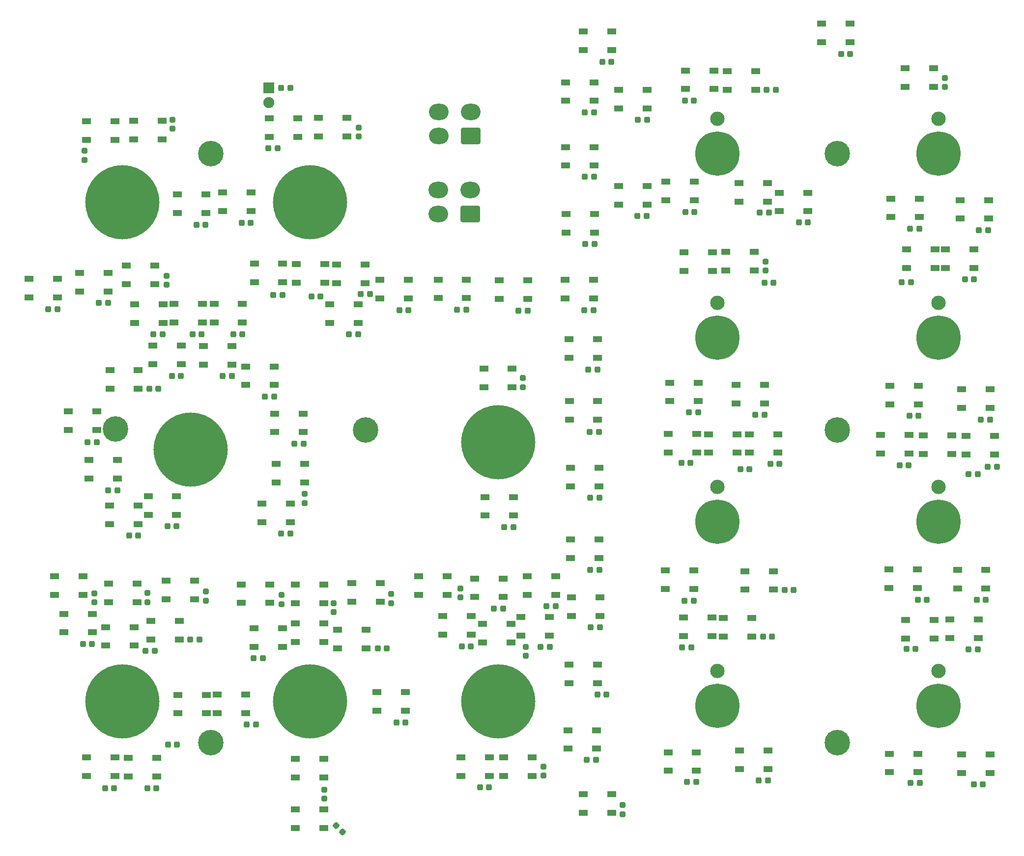
<source format=gbr>
%TF.GenerationSoftware,KiCad,Pcbnew,(6.0.9)*%
%TF.CreationDate,2022-12-07T12:29:01-09:00*%
%TF.ProjectId,COMM Panel,434f4d4d-2050-4616-9e65-6c2e6b696361,rev?*%
%TF.SameCoordinates,Original*%
%TF.FileFunction,Soldermask,Top*%
%TF.FilePolarity,Negative*%
%FSLAX46Y46*%
G04 Gerber Fmt 4.6, Leading zero omitted, Abs format (unit mm)*
G04 Created by KiCad (PCBNEW (6.0.9)) date 2022-12-07 12:29:01*
%MOMM*%
%LPD*%
G01*
G04 APERTURE LIST*
G04 Aperture macros list*
%AMRoundRect*
0 Rectangle with rounded corners*
0 $1 Rounding radius*
0 $2 $3 $4 $5 $6 $7 $8 $9 X,Y pos of 4 corners*
0 Add a 4 corners polygon primitive as box body*
4,1,4,$2,$3,$4,$5,$6,$7,$8,$9,$2,$3,0*
0 Add four circle primitives for the rounded corners*
1,1,$1+$1,$2,$3*
1,1,$1+$1,$4,$5*
1,1,$1+$1,$6,$7*
1,1,$1+$1,$8,$9*
0 Add four rect primitives between the rounded corners*
20,1,$1+$1,$2,$3,$4,$5,0*
20,1,$1+$1,$4,$5,$6,$7,0*
20,1,$1+$1,$6,$7,$8,$9,0*
20,1,$1+$1,$8,$9,$2,$3,0*%
G04 Aperture macros list end*
%ADD10O,3.400000X2.800000*%
%ADD11RoundRect,0.300001X1.399999X-1.099999X1.399999X1.099999X-1.399999X1.099999X-1.399999X-1.099999X0*%
%ADD12C,12.800000*%
%ADD13C,4.400000*%
%ADD14C,7.640752*%
%ADD15C,2.481250*%
%ADD16RoundRect,0.268750X0.256250X-0.218750X0.256250X0.218750X-0.256250X0.218750X-0.256250X-0.218750X0*%
%ADD17RoundRect,0.268750X-0.218750X-0.256250X0.218750X-0.256250X0.218750X0.256250X-0.218750X0.256250X0*%
%ADD18RoundRect,0.050000X-0.750000X-0.500000X0.750000X-0.500000X0.750000X0.500000X-0.750000X0.500000X0*%
%ADD19RoundRect,0.268750X-0.256250X0.218750X-0.256250X-0.218750X0.256250X-0.218750X0.256250X0.218750X0*%
%ADD20RoundRect,0.268750X0.218750X0.256250X-0.218750X0.256250X-0.218750X-0.256250X0.218750X-0.256250X0*%
%ADD21RoundRect,0.268750X0.335876X0.026517X0.026517X0.335876X-0.335876X-0.026517X-0.026517X-0.335876X0*%
%ADD22C,1.900000*%
%ADD23RoundRect,0.050000X-0.900000X0.900000X-0.900000X-0.900000X0.900000X-0.900000X0.900000X0.900000X0*%
G04 APERTURE END LIST*
D10*
%TO.C,J2*%
X136842000Y-47870000D03*
X136842000Y-52070000D03*
X142342000Y-47870000D03*
D11*
X142342000Y-52070000D03*
%TD*%
D10*
%TO.C,J1*%
X136943000Y-34408000D03*
X136943000Y-38608000D03*
X142443000Y-34408000D03*
D11*
X142443000Y-38608000D03*
%TD*%
D12*
%TO.C,G3*%
X94190570Y-92683622D03*
X94190570Y-92683622D03*
%TD*%
D13*
%TO.C,21*%
X97619570Y-143229622D03*
%TD*%
%TO.C,23*%
X205569570Y-89254622D03*
%TD*%
D14*
%TO.C,9*%
X223019370Y-41629622D03*
D15*
X223019370Y-35629622D03*
D14*
X223019370Y-41629622D03*
%TD*%
%TO.C,8*%
X184919370Y-41629622D03*
D15*
X184919370Y-35629622D03*
D14*
X184919370Y-41629622D03*
%TD*%
%TO.C,11*%
X223019370Y-73379622D03*
D15*
X223019370Y-67379622D03*
D14*
X223019370Y-73379622D03*
%TD*%
%TO.C,10*%
X184919370Y-73379622D03*
D15*
X184919370Y-67379622D03*
D14*
X184919370Y-73379622D03*
%TD*%
D13*
%TO.C,24*%
X205569570Y-41629622D03*
%TD*%
D14*
%TO.C,13*%
X223019370Y-105129622D03*
D15*
X223019370Y-99129622D03*
D14*
X223019370Y-105129622D03*
%TD*%
%TO.C,12*%
X184919370Y-105129622D03*
D15*
X184919370Y-99129622D03*
D14*
X184919370Y-105129622D03*
%TD*%
D13*
%TO.C,22*%
X205569570Y-143229622D03*
%TD*%
D14*
%TO.C,16*%
X223019370Y-136879622D03*
D15*
X223019370Y-130879622D03*
D14*
X223019370Y-136879622D03*
%TD*%
%TO.C,14*%
X184919370Y-136879622D03*
D15*
X184919370Y-130879622D03*
D14*
X184919370Y-136879622D03*
%TD*%
D12*
%TO.C,7*%
X147149570Y-136117622D03*
X147149570Y-136117622D03*
%TD*%
%TO.C,6*%
X114764570Y-136117622D03*
X114764570Y-136117622D03*
%TD*%
%TO.C,5*%
X82379570Y-136117622D03*
X82379570Y-136117622D03*
%TD*%
%TO.C,4*%
X147149570Y-91413622D03*
X147149570Y-91413622D03*
%TD*%
D13*
%TO.C,20*%
X124341608Y-89254622D03*
%TD*%
%TO.C,19*%
X81178400Y-89154000D03*
%TD*%
%TO.C,17*%
X97619570Y-41629622D03*
%TD*%
D12*
%TO.C,2*%
X114764570Y-50011622D03*
X114764570Y-50011622D03*
%TD*%
%TO.C,1*%
X82379570Y-50011622D03*
X82379570Y-50011622D03*
%TD*%
D16*
%TO.C,C48*%
X151930000Y-126685000D03*
X151930000Y-128260000D03*
%TD*%
D17*
%TO.C,C59*%
X166660000Y-25790000D03*
X165085000Y-25790000D03*
%TD*%
D18*
%TO.C,D109*%
X161850000Y-152150000D03*
X161850000Y-155350000D03*
X166750000Y-152150000D03*
X166750000Y-155350000D03*
%TD*%
D19*
%TO.C,C33*%
X86750000Y-119000000D03*
X86750000Y-117425000D03*
%TD*%
D17*
%TO.C,C25*%
X91750000Y-105925000D03*
X90175000Y-105925000D03*
%TD*%
%TO.C,R1*%
X111350000Y-30325000D03*
X109775000Y-30325000D03*
%TD*%
D16*
%TO.C,C110*%
X75900000Y-41150000D03*
X75900000Y-42725000D03*
%TD*%
D19*
%TO.C,C109*%
X168550000Y-155567500D03*
X168550000Y-153992500D03*
%TD*%
D17*
%TO.C,C108*%
X123007500Y-72820000D03*
X121432500Y-72820000D03*
%TD*%
%TO.C,C107*%
X207810000Y-24450000D03*
X206235000Y-24450000D03*
%TD*%
D19*
%TO.C,C106*%
X224140000Y-30125000D03*
X224140000Y-28550000D03*
%TD*%
D20*
%TO.C,C105*%
X193400000Y-30660000D03*
X194975000Y-30660000D03*
%TD*%
D17*
%TO.C,C104*%
X180880000Y-32480000D03*
X179305000Y-32480000D03*
%TD*%
%TO.C,C103*%
X172800000Y-35810000D03*
X171225000Y-35810000D03*
%TD*%
%TO.C,C102*%
X231555000Y-54800000D03*
X229980000Y-54800000D03*
%TD*%
%TO.C,C101*%
X219720000Y-54580000D03*
X218145000Y-54580000D03*
%TD*%
%TO.C,C100*%
X200530000Y-53490000D03*
X198955000Y-53490000D03*
%TD*%
%TO.C,C99*%
X193787500Y-51800000D03*
X192212500Y-51800000D03*
%TD*%
%TO.C,C98*%
X180965000Y-51670000D03*
X179390000Y-51670000D03*
%TD*%
%TO.C,C97*%
X172715000Y-52340000D03*
X171140000Y-52340000D03*
%TD*%
%TO.C,C96*%
X229150000Y-63300000D03*
X227575000Y-63300000D03*
%TD*%
%TO.C,C95*%
X218287500Y-63800000D03*
X216712500Y-63800000D03*
%TD*%
D19*
%TO.C,C94*%
X193260000Y-61805000D03*
X193260000Y-60230000D03*
%TD*%
D20*
%TO.C,C93*%
X193040000Y-63910000D03*
X194615000Y-63910000D03*
%TD*%
D17*
%TO.C,C92*%
X231930000Y-87510000D03*
X230355000Y-87510000D03*
%TD*%
%TO.C,C91*%
X219595000Y-86820000D03*
X218020000Y-86820000D03*
%TD*%
%TO.C,C90*%
X193030000Y-86680000D03*
X191455000Y-86680000D03*
%TD*%
%TO.C,C89*%
X181620000Y-86290000D03*
X180045000Y-86290000D03*
%TD*%
%TO.C,C88*%
X233100000Y-95660000D03*
X231525000Y-95660000D03*
%TD*%
%TO.C,C87*%
X229767500Y-96900000D03*
X228192500Y-96900000D03*
%TD*%
%TO.C,C86*%
X217880000Y-95390000D03*
X216305000Y-95390000D03*
%TD*%
%TO.C,C85*%
X195637500Y-95100000D03*
X194062500Y-95100000D03*
%TD*%
%TO.C,C84*%
X190467500Y-96100000D03*
X188892500Y-96100000D03*
%TD*%
%TO.C,C83*%
X180287500Y-94950000D03*
X178712500Y-94950000D03*
%TD*%
%TO.C,C82*%
X231170000Y-118620000D03*
X229595000Y-118620000D03*
%TD*%
D20*
%TO.C,C81*%
X219435000Y-118600000D03*
X221010000Y-118600000D03*
%TD*%
%TO.C,C80*%
X196500000Y-116875000D03*
X198075000Y-116875000D03*
%TD*%
D17*
%TO.C,C79*%
X180850000Y-118760000D03*
X179275000Y-118760000D03*
%TD*%
%TO.C,C78*%
X229795000Y-127160000D03*
X228220000Y-127160000D03*
%TD*%
%TO.C,C77*%
X219095460Y-127093980D03*
X217520460Y-127093980D03*
%TD*%
D20*
%TO.C,C76*%
X192775000Y-124975000D03*
X194350000Y-124975000D03*
%TD*%
D17*
%TO.C,C75*%
X180425000Y-126800000D03*
X178850000Y-126800000D03*
%TD*%
%TO.C,C74*%
X230675000Y-150460000D03*
X229100000Y-150460000D03*
%TD*%
%TO.C,C73*%
X219787500Y-150164800D03*
X218212500Y-150164800D03*
%TD*%
%TO.C,C72*%
X193650000Y-149725000D03*
X192075000Y-149725000D03*
%TD*%
%TO.C,C71*%
X181300000Y-150025000D03*
X179725000Y-150025000D03*
%TD*%
%TO.C,C70*%
X164025000Y-146175000D03*
X162450000Y-146175000D03*
%TD*%
D20*
%TO.C,C69*%
X164250000Y-134900000D03*
X165825000Y-134900000D03*
%TD*%
D17*
%TO.C,C68*%
X164687500Y-123375000D03*
X163112500Y-123375000D03*
%TD*%
%TO.C,C67*%
X164575000Y-113425000D03*
X163000000Y-113425000D03*
%TD*%
%TO.C,C66*%
X164590000Y-101000000D03*
X163015000Y-101000000D03*
%TD*%
%TO.C,C65*%
X164517500Y-89600000D03*
X162942500Y-89600000D03*
%TD*%
%TO.C,C64*%
X164270000Y-78880000D03*
X162695000Y-78880000D03*
%TD*%
%TO.C,C63*%
X163590000Y-68610000D03*
X162015000Y-68610000D03*
%TD*%
%TO.C,C62*%
X163730000Y-57250000D03*
X162155000Y-57250000D03*
%TD*%
%TO.C,C61*%
X163680000Y-45650000D03*
X162105000Y-45650000D03*
%TD*%
%TO.C,C60*%
X163680000Y-34540000D03*
X162105000Y-34540000D03*
%TD*%
D19*
%TO.C,C58*%
X155000000Y-148925000D03*
X155000000Y-147350000D03*
%TD*%
D17*
%TO.C,C57*%
X145600000Y-150975000D03*
X144025000Y-150975000D03*
%TD*%
D21*
%TO.C,C56*%
X119247333Y-157553073D03*
X120361027Y-158666767D03*
%TD*%
D16*
%TO.C,C55*%
X117221000Y-151333000D03*
X117221000Y-152908000D03*
%TD*%
D17*
%TO.C,C54*%
X88267500Y-151090000D03*
X86692500Y-151090000D03*
%TD*%
%TO.C,C53*%
X80980000Y-151090000D03*
X79405000Y-151090000D03*
%TD*%
%TO.C,C52*%
X131200000Y-139775000D03*
X129625000Y-139775000D03*
%TD*%
D20*
%TO.C,C51*%
X103860500Y-140081000D03*
X105435500Y-140081000D03*
%TD*%
D17*
%TO.C,C50*%
X91817500Y-143550000D03*
X90242500Y-143550000D03*
%TD*%
%TO.C,C49*%
X156050000Y-126750000D03*
X154475000Y-126750000D03*
%TD*%
%TO.C,C47*%
X142460000Y-126600000D03*
X140885000Y-126600000D03*
%TD*%
D20*
%TO.C,C46*%
X126400000Y-126975000D03*
X127975000Y-126975000D03*
%TD*%
D17*
%TO.C,C44*%
X106598860Y-128640840D03*
X105023860Y-128640840D03*
%TD*%
D20*
%TO.C,C43*%
X94125000Y-125425000D03*
X95700000Y-125425000D03*
%TD*%
%TO.C,C42*%
X86400000Y-127375000D03*
X87975000Y-127375000D03*
%TD*%
D17*
%TO.C,C41*%
X77175000Y-126200000D03*
X75600000Y-126200000D03*
%TD*%
%TO.C,C40*%
X157050000Y-119675000D03*
X155475000Y-119675000D03*
%TD*%
%TO.C,C39*%
X148000000Y-120150000D03*
X146425000Y-120150000D03*
%TD*%
D19*
%TO.C,C38*%
X140625000Y-118200000D03*
X140625000Y-116625000D03*
%TD*%
%TO.C,C37*%
X128701800Y-119161700D03*
X128701800Y-117586700D03*
%TD*%
D16*
%TO.C,C36*%
X118833900Y-119164100D03*
X118833900Y-120739100D03*
%TD*%
D19*
%TO.C,C35*%
X109800000Y-119325000D03*
X109800000Y-117750000D03*
%TD*%
%TO.C,C34*%
X96799400Y-118755300D03*
X96799400Y-117180300D03*
%TD*%
D16*
%TO.C,C32*%
X77550000Y-117450000D03*
X77550000Y-119025000D03*
%TD*%
D17*
%TO.C,C31*%
X149780000Y-106100000D03*
X148205000Y-106100000D03*
%TD*%
D19*
%TO.C,C30*%
X151440000Y-81925000D03*
X151440000Y-80350000D03*
%TD*%
D20*
%TO.C,C29*%
X87025000Y-82200000D03*
X88600000Y-82200000D03*
%TD*%
D17*
%TO.C,C28*%
X78000000Y-91375000D03*
X76425000Y-91375000D03*
%TD*%
%TO.C,C27*%
X81550000Y-99700000D03*
X79975000Y-99700000D03*
%TD*%
%TO.C,C26*%
X85125000Y-107500000D03*
X83550000Y-107500000D03*
%TD*%
%TO.C,C24*%
X111325000Y-107200000D03*
X109750000Y-107200000D03*
%TD*%
D16*
%TO.C,C23*%
X113825000Y-100300000D03*
X113825000Y-101875000D03*
%TD*%
D17*
%TO.C,C22*%
X113650000Y-91670000D03*
X112075000Y-91670000D03*
%TD*%
%TO.C,C21*%
X108537500Y-83525000D03*
X106962500Y-83525000D03*
%TD*%
%TO.C,C20*%
X101275000Y-80025000D03*
X99700000Y-80025000D03*
%TD*%
%TO.C,C19*%
X92500000Y-80025000D03*
X90925000Y-80025000D03*
%TD*%
%TO.C,C18*%
X103100000Y-72750000D03*
X101525000Y-72750000D03*
%TD*%
%TO.C,C17*%
X96050000Y-72775000D03*
X94475000Y-72775000D03*
%TD*%
%TO.C,C16*%
X89350000Y-72775000D03*
X87775000Y-72775000D03*
%TD*%
%TO.C,C15*%
X152250000Y-68710000D03*
X150675000Y-68710000D03*
%TD*%
%TO.C,C14*%
X141660000Y-68520000D03*
X140085000Y-68520000D03*
%TD*%
%TO.C,C13*%
X131710000Y-68640000D03*
X130135000Y-68640000D03*
%TD*%
%TO.C,C12*%
X125037500Y-65850000D03*
X123462500Y-65850000D03*
%TD*%
%TO.C,C11*%
X116537500Y-66250000D03*
X114962500Y-66250000D03*
%TD*%
%TO.C,C10*%
X110005000Y-65990000D03*
X108430000Y-65990000D03*
%TD*%
D19*
%TO.C,C9*%
X90050000Y-64250000D03*
X90050000Y-62675000D03*
%TD*%
D17*
%TO.C,C8*%
X79925000Y-67375000D03*
X78350000Y-67375000D03*
%TD*%
%TO.C,C7*%
X71225000Y-68500000D03*
X69650000Y-68500000D03*
%TD*%
%TO.C,C6*%
X104525000Y-53600000D03*
X102950000Y-53600000D03*
%TD*%
%TO.C,C5*%
X96725000Y-53875000D03*
X95150000Y-53875000D03*
%TD*%
D19*
%TO.C,C4*%
X123100000Y-38675000D03*
X123100000Y-37100000D03*
%TD*%
D17*
%TO.C,C3*%
X109125000Y-40700000D03*
X107550000Y-40700000D03*
%TD*%
D19*
%TO.C,C2*%
X91050000Y-37350000D03*
X91050000Y-35775000D03*
%TD*%
D22*
%TO.C,D110*%
X107600000Y-32825000D03*
D23*
X107600000Y-30285000D03*
%TD*%
D18*
%TO.C,D40*%
X152174000Y-114554000D03*
X152174000Y-117754000D03*
X157074000Y-114554000D03*
X157074000Y-117754000D03*
%TD*%
%TO.C,D108*%
X118100000Y-67600000D03*
X118100000Y-70800000D03*
X123000000Y-67600000D03*
X123000000Y-70800000D03*
%TD*%
%TO.C,D107*%
X202923000Y-19202400D03*
X202923000Y-22402400D03*
X207823000Y-19202400D03*
X207823000Y-22402400D03*
%TD*%
%TO.C,D106*%
X217248000Y-26924400D03*
X217248000Y-30124400D03*
X222148000Y-26924400D03*
X222148000Y-30124400D03*
%TD*%
%TO.C,D105*%
X186616000Y-27432400D03*
X186616000Y-30632400D03*
X191516000Y-27432400D03*
X191516000Y-30632400D03*
%TD*%
%TO.C,D104*%
X179402000Y-27280000D03*
X179402000Y-30480000D03*
X184302000Y-27280000D03*
X184302000Y-30480000D03*
%TD*%
%TO.C,D103*%
X167922000Y-30632400D03*
X167922000Y-33832400D03*
X172822000Y-30632400D03*
X172822000Y-33832400D03*
%TD*%
%TO.C,D102*%
X226748000Y-49632000D03*
X226748000Y-52832000D03*
X231648000Y-49632000D03*
X231648000Y-52832000D03*
%TD*%
%TO.C,D101*%
X214833000Y-49377600D03*
X214833000Y-52577600D03*
X219733000Y-49377600D03*
X219733000Y-52577600D03*
%TD*%
%TO.C,D100*%
X195631000Y-48361600D03*
X195631000Y-51561600D03*
X200531000Y-48361600D03*
X200531000Y-51561600D03*
%TD*%
%TO.C,D99*%
X188671000Y-46736000D03*
X188671000Y-49936000D03*
X193571000Y-46736000D03*
X193571000Y-49936000D03*
%TD*%
%TO.C,D98*%
X176073000Y-46431200D03*
X176073000Y-49631200D03*
X180973000Y-46431200D03*
X180973000Y-49631200D03*
%TD*%
%TO.C,D97*%
X167894000Y-47244000D03*
X167894000Y-50444000D03*
X172794000Y-47244000D03*
X172794000Y-50444000D03*
%TD*%
%TO.C,D96*%
X224208000Y-58115200D03*
X224208000Y-61315200D03*
X229108000Y-58115200D03*
X229108000Y-61315200D03*
%TD*%
%TO.C,D95*%
X217502000Y-58166400D03*
X217502000Y-61366400D03*
X222402000Y-58166400D03*
X222402000Y-61366400D03*
%TD*%
%TO.C,D94*%
X186413000Y-58572800D03*
X186413000Y-61772800D03*
X191313000Y-58572800D03*
X191313000Y-61772800D03*
%TD*%
%TO.C,D93*%
X179199000Y-58623600D03*
X179199000Y-61823600D03*
X184099000Y-58623600D03*
X184099000Y-61823600D03*
%TD*%
%TO.C,D92*%
X227053000Y-82296400D03*
X227053000Y-85496400D03*
X231953000Y-82296400D03*
X231953000Y-85496400D03*
%TD*%
%TO.C,D91*%
X214681000Y-81686800D03*
X214681000Y-84886800D03*
X219581000Y-81686800D03*
X219581000Y-84886800D03*
%TD*%
%TO.C,D90*%
X188140000Y-81534400D03*
X188140000Y-84734400D03*
X193040000Y-81534400D03*
X193040000Y-84734400D03*
%TD*%
%TO.C,D89*%
X176761000Y-81128000D03*
X176761000Y-84328000D03*
X181661000Y-81128000D03*
X181661000Y-84328000D03*
%TD*%
%TO.C,D88*%
X227815000Y-90322400D03*
X227815000Y-93522400D03*
X232715000Y-90322400D03*
X232715000Y-93522400D03*
%TD*%
%TO.C,D87*%
X220410000Y-90246400D03*
X220410000Y-93446400D03*
X225310000Y-90246400D03*
X225310000Y-93446400D03*
%TD*%
%TO.C,D86*%
X213032000Y-90170400D03*
X213032000Y-93370400D03*
X217932000Y-90170400D03*
X217932000Y-93370400D03*
%TD*%
%TO.C,D85*%
X190477000Y-90017600D03*
X190477000Y-93217600D03*
X195377000Y-90017600D03*
X195377000Y-93217600D03*
%TD*%
%TO.C,D84*%
X183416000Y-90018000D03*
X183416000Y-93218000D03*
X188316000Y-90018000D03*
X188316000Y-93218000D03*
%TD*%
%TO.C,D83*%
X176456000Y-89966800D03*
X176456000Y-93166800D03*
X181356000Y-89966800D03*
X181356000Y-93166800D03*
%TD*%
%TO.C,D82*%
X226302000Y-113411000D03*
X226302000Y-116611000D03*
X231202000Y-113411000D03*
X231202000Y-116611000D03*
%TD*%
%TO.C,D81*%
X214517000Y-113360000D03*
X214517000Y-116560000D03*
X219417000Y-113360000D03*
X219417000Y-116560000D03*
%TD*%
%TO.C,D80*%
X189664000Y-113640000D03*
X189664000Y-116840000D03*
X194564000Y-113640000D03*
X194564000Y-116840000D03*
%TD*%
%TO.C,D79*%
X175948000Y-113538000D03*
X175948000Y-116738000D03*
X180848000Y-113538000D03*
X180848000Y-116738000D03*
%TD*%
%TO.C,D78*%
X224982000Y-121996000D03*
X224982000Y-125196000D03*
X229882000Y-121996000D03*
X229882000Y-125196000D03*
%TD*%
%TO.C,D77*%
X217362000Y-122047000D03*
X217362000Y-125247000D03*
X222262000Y-122047000D03*
X222262000Y-125247000D03*
%TD*%
%TO.C,D76*%
X185979000Y-121717000D03*
X185979000Y-124917000D03*
X190879000Y-121717000D03*
X190879000Y-124917000D03*
%TD*%
%TO.C,D75*%
X179121000Y-121616000D03*
X179121000Y-124816000D03*
X184021000Y-121616000D03*
X184021000Y-124816000D03*
%TD*%
%TO.C,D74*%
X227053000Y-145237000D03*
X227053000Y-148437000D03*
X231953000Y-145237000D03*
X231953000Y-148437000D03*
%TD*%
%TO.C,D73*%
X214607000Y-145136000D03*
X214607000Y-148336000D03*
X219507000Y-145136000D03*
X219507000Y-148336000D03*
%TD*%
%TO.C,D72*%
X188750000Y-144577000D03*
X188750000Y-147777000D03*
X193650000Y-144577000D03*
X193650000Y-147777000D03*
%TD*%
%TO.C,D71*%
X176428000Y-144882000D03*
X176428000Y-148082000D03*
X181328000Y-144882000D03*
X181328000Y-148082000D03*
%TD*%
%TO.C,D70*%
X159184000Y-141072000D03*
X159184000Y-144272000D03*
X164084000Y-141072000D03*
X164084000Y-144272000D03*
%TD*%
%TO.C,D69*%
X159336000Y-129794000D03*
X159336000Y-132994000D03*
X164236000Y-129794000D03*
X164236000Y-132994000D03*
%TD*%
%TO.C,D68*%
X159794000Y-118161000D03*
X159794000Y-121361000D03*
X164694000Y-118161000D03*
X164694000Y-121361000D03*
%TD*%
%TO.C,D67*%
X159641000Y-108204000D03*
X159641000Y-111404000D03*
X164541000Y-108204000D03*
X164541000Y-111404000D03*
%TD*%
%TO.C,D66*%
X159614000Y-95808800D03*
X159614000Y-99008800D03*
X164514000Y-95808800D03*
X164514000Y-99008800D03*
%TD*%
%TO.C,D65*%
X159410000Y-84328400D03*
X159410000Y-87528400D03*
X164310000Y-84328400D03*
X164310000Y-87528400D03*
%TD*%
%TO.C,D64*%
X159387000Y-73660000D03*
X159387000Y-76860000D03*
X164287000Y-73660000D03*
X164287000Y-76860000D03*
%TD*%
%TO.C,D63*%
X158727000Y-63398400D03*
X158727000Y-66598400D03*
X163627000Y-63398400D03*
X163627000Y-66598400D03*
%TD*%
%TO.C,D62*%
X158828000Y-52019200D03*
X158828000Y-55219200D03*
X163728000Y-52019200D03*
X163728000Y-55219200D03*
%TD*%
%TO.C,D61*%
X158801000Y-40487600D03*
X158801000Y-43687600D03*
X163701000Y-40487600D03*
X163701000Y-43687600D03*
%TD*%
%TO.C,D60*%
X158778000Y-29311600D03*
X158778000Y-32511600D03*
X163678000Y-29311600D03*
X163678000Y-32511600D03*
%TD*%
%TO.C,D59*%
X161826000Y-20574000D03*
X161826000Y-23774000D03*
X166726000Y-20574000D03*
X166726000Y-23774000D03*
%TD*%
%TO.C,D58*%
X148082000Y-145745000D03*
X148082000Y-148945000D03*
X152982000Y-145745000D03*
X152982000Y-148945000D03*
%TD*%
%TO.C,D57*%
X140716000Y-145745000D03*
X140716000Y-148945000D03*
X145616000Y-145745000D03*
X145616000Y-148945000D03*
%TD*%
%TO.C,D56*%
X112206000Y-154762000D03*
X112206000Y-157962000D03*
X117106000Y-154762000D03*
X117106000Y-157962000D03*
%TD*%
%TO.C,D55*%
X112206000Y-146025000D03*
X112206000Y-149225000D03*
X117106000Y-146025000D03*
X117106000Y-149225000D03*
%TD*%
%TO.C,D54*%
X83413600Y-145847000D03*
X83413600Y-149047000D03*
X88313600Y-145847000D03*
X88313600Y-149047000D03*
%TD*%
%TO.C,D53*%
X76200000Y-145796000D03*
X76200000Y-148996000D03*
X81100000Y-145796000D03*
X81100000Y-148996000D03*
%TD*%
%TO.C,D52*%
X126289000Y-134518000D03*
X126289000Y-137718000D03*
X131189000Y-134518000D03*
X131189000Y-137718000D03*
%TD*%
%TO.C,D51*%
X98755000Y-134925000D03*
X98755000Y-138125000D03*
X103655000Y-134925000D03*
X103655000Y-138125000D03*
%TD*%
%TO.C,D50*%
X91998800Y-134976000D03*
X91998800Y-138176000D03*
X96898800Y-134976000D03*
X96898800Y-138176000D03*
%TD*%
%TO.C,D49*%
X151079000Y-121564000D03*
X151079000Y-124764000D03*
X155979000Y-121564000D03*
X155979000Y-124764000D03*
%TD*%
%TO.C,D48*%
X144475000Y-122733000D03*
X144475000Y-125933000D03*
X149375000Y-122733000D03*
X149375000Y-125933000D03*
%TD*%
%TO.C,D47*%
X137617000Y-121361000D03*
X137617000Y-124561000D03*
X142517000Y-121361000D03*
X142517000Y-124561000D03*
%TD*%
%TO.C,D46*%
X119482000Y-123749000D03*
X119482000Y-126949000D03*
X124382000Y-123749000D03*
X124382000Y-126949000D03*
%TD*%
%TO.C,D45*%
X112217000Y-122682000D03*
X112217000Y-125882000D03*
X117117000Y-122682000D03*
X117117000Y-125882000D03*
%TD*%
%TO.C,D44*%
X105125000Y-123500000D03*
X105125000Y-126700000D03*
X110025000Y-123500000D03*
X110025000Y-126700000D03*
%TD*%
%TO.C,D43*%
X87325200Y-122225000D03*
X87325200Y-125425000D03*
X92225200Y-122225000D03*
X92225200Y-125425000D03*
%TD*%
%TO.C,D42*%
X79502000Y-123292000D03*
X79502000Y-126492000D03*
X84402000Y-123292000D03*
X84402000Y-126492000D03*
%TD*%
%TO.C,D41*%
X72339200Y-121006000D03*
X72339200Y-124206000D03*
X77239200Y-121006000D03*
X77239200Y-124206000D03*
%TD*%
%TO.C,D39*%
X143080000Y-114910000D03*
X143080000Y-118110000D03*
X147980000Y-114910000D03*
X147980000Y-118110000D03*
%TD*%
%TO.C,D38*%
X133491000Y-114529000D03*
X133491000Y-117729000D03*
X138391000Y-114529000D03*
X138391000Y-117729000D03*
%TD*%
%TO.C,D37*%
X121948000Y-115722000D03*
X121948000Y-118922000D03*
X126848000Y-115722000D03*
X126848000Y-118922000D03*
%TD*%
%TO.C,D36*%
X112217000Y-115976000D03*
X112217000Y-119176000D03*
X117117000Y-115976000D03*
X117117000Y-119176000D03*
%TD*%
%TO.C,D35*%
X102870000Y-115926000D03*
X102870000Y-119126000D03*
X107770000Y-115926000D03*
X107770000Y-119126000D03*
%TD*%
%TO.C,D34*%
X89943600Y-115316000D03*
X89943600Y-118516000D03*
X94843600Y-115316000D03*
X94843600Y-118516000D03*
%TD*%
%TO.C,D33*%
X80060800Y-115824000D03*
X80060800Y-119024000D03*
X84960800Y-115824000D03*
X84960800Y-119024000D03*
%TD*%
%TO.C,D32*%
X70741200Y-114503000D03*
X70741200Y-117703000D03*
X75641200Y-114503000D03*
X75641200Y-117703000D03*
%TD*%
%TO.C,D31*%
X144870000Y-100864000D03*
X144870000Y-104064000D03*
X149770000Y-100864000D03*
X149770000Y-104064000D03*
%TD*%
%TO.C,D30*%
X144678000Y-78740000D03*
X144678000Y-81940000D03*
X149578000Y-78740000D03*
X149578000Y-81940000D03*
%TD*%
%TO.C,D29*%
X80252400Y-78968800D03*
X80252400Y-82168800D03*
X85152400Y-78968800D03*
X85152400Y-82168800D03*
%TD*%
%TO.C,D28*%
X73128800Y-86106000D03*
X73128800Y-89306000D03*
X78028800Y-86106000D03*
X78028800Y-89306000D03*
%TD*%
%TO.C,D27*%
X76634000Y-94488400D03*
X76634000Y-97688400D03*
X81534000Y-94488400D03*
X81534000Y-97688400D03*
%TD*%
%TO.C,D26*%
X80240800Y-102311000D03*
X80240800Y-105511000D03*
X85140800Y-102311000D03*
X85140800Y-105511000D03*
%TD*%
%TO.C,D25*%
X86856400Y-100711000D03*
X86856400Y-103911000D03*
X91756400Y-100711000D03*
X91756400Y-103911000D03*
%TD*%
%TO.C,D24*%
X106426000Y-102006000D03*
X106426000Y-105206000D03*
X111326000Y-102006000D03*
X111326000Y-105206000D03*
%TD*%
%TO.C,D23*%
X108915000Y-95148400D03*
X108915000Y-98348400D03*
X113815000Y-95148400D03*
X113815000Y-98348400D03*
%TD*%
%TO.C,D22*%
X108661000Y-86461600D03*
X108661000Y-89661600D03*
X113561000Y-86461600D03*
X113561000Y-89661600D03*
%TD*%
%TO.C,D21*%
X103683000Y-78333600D03*
X103683000Y-81533600D03*
X108583000Y-78333600D03*
X108583000Y-81533600D03*
%TD*%
%TO.C,D20*%
X96367600Y-74828800D03*
X96367600Y-78028800D03*
X101267600Y-74828800D03*
X101267600Y-78028800D03*
%TD*%
%TO.C,D19*%
X87630000Y-74726800D03*
X87630000Y-77926800D03*
X92530000Y-74726800D03*
X92530000Y-77926800D03*
%TD*%
%TO.C,D18*%
X98196000Y-67564000D03*
X98196000Y-70764000D03*
X103096000Y-67564000D03*
X103096000Y-70764000D03*
%TD*%
%TO.C,D17*%
X91326800Y-67538800D03*
X91326800Y-70738800D03*
X96226800Y-67538800D03*
X96226800Y-70738800D03*
%TD*%
%TO.C,D16*%
X84558800Y-67614800D03*
X84558800Y-70814800D03*
X89458800Y-67614800D03*
X89458800Y-70814800D03*
%TD*%
%TO.C,D15*%
X147359000Y-63474800D03*
X147359000Y-66674800D03*
X152259000Y-63474800D03*
X152259000Y-66674800D03*
%TD*%
%TO.C,D14*%
X136804000Y-63347600D03*
X136804000Y-66547600D03*
X141704000Y-63347600D03*
X141704000Y-66547600D03*
%TD*%
%TO.C,D13*%
X126797000Y-63398400D03*
X126797000Y-66598400D03*
X131697000Y-63398400D03*
X131697000Y-66598400D03*
%TD*%
%TO.C,D12*%
X119357000Y-60756800D03*
X119357000Y-63956800D03*
X124257000Y-60756800D03*
X124257000Y-63956800D03*
%TD*%
%TO.C,D11*%
X112370000Y-60655200D03*
X112370000Y-63855200D03*
X117270000Y-60655200D03*
X117270000Y-63855200D03*
%TD*%
%TO.C,D10*%
X105144000Y-60630000D03*
X105144000Y-63830000D03*
X110044000Y-60630000D03*
X110044000Y-63830000D03*
%TD*%
%TO.C,D9*%
X83058000Y-60960000D03*
X83058000Y-64160000D03*
X87958000Y-60960000D03*
X87958000Y-64160000D03*
%TD*%
%TO.C,D8*%
X75031600Y-62179600D03*
X75031600Y-65379600D03*
X79931600Y-62179600D03*
X79931600Y-65379600D03*
%TD*%
%TO.C,D7*%
X66321600Y-63195200D03*
X66321600Y-66395200D03*
X71221600Y-63195200D03*
X71221600Y-66395200D03*
%TD*%
%TO.C,D6*%
X99646000Y-48310800D03*
X99646000Y-51510800D03*
X104546000Y-48310800D03*
X104546000Y-51510800D03*
%TD*%
%TO.C,D5*%
X91874000Y-48666400D03*
X91874000Y-51866400D03*
X96774000Y-48666400D03*
X96774000Y-51866400D03*
%TD*%
%TO.C,D4*%
X116207000Y-35458800D03*
X116207000Y-38658800D03*
X121107000Y-35458800D03*
X121107000Y-38658800D03*
%TD*%
%TO.C,D3*%
X107696000Y-35509200D03*
X107696000Y-38709200D03*
X112596000Y-35509200D03*
X112596000Y-38709200D03*
%TD*%
%TO.C,D2*%
X84328000Y-35966800D03*
X84328000Y-39166800D03*
X89228000Y-35966800D03*
X89228000Y-39166800D03*
%TD*%
%TO.C,D1*%
X76227600Y-36017600D03*
X76227600Y-39217600D03*
X81127600Y-36017600D03*
X81127600Y-39217600D03*
%TD*%
M02*

</source>
